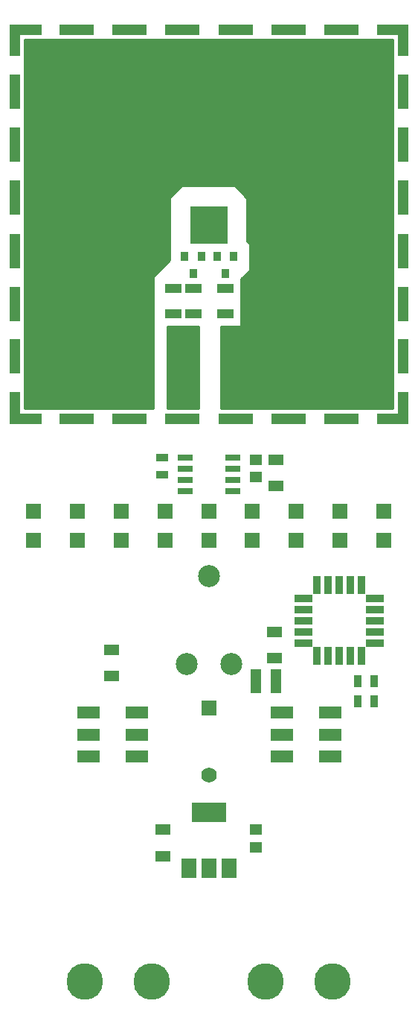
<source format=gbr>
G04 #@! TF.FileFunction,Soldermask,Top*
%FSLAX46Y46*%
G04 Gerber Fmt 4.6, Leading zero omitted, Abs format (unit mm)*
G04 Created by KiCad (PCBNEW 4.0.7-e2-6376~58~ubuntu16.04.1) date Sat Oct 21 15:52:31 2017*
%MOMM*%
%LPD*%
G01*
G04 APERTURE LIST*
%ADD10C,0.100000*%
%ADD11C,4.160000*%
%ADD12C,2.500000*%
%ADD13R,1.760000X1.760000*%
%ADD14C,1.760000*%
%ADD15R,1.760000X1.160000*%
%ADD16R,1.410000X1.160000*%
%ADD17R,4.360000X4.360000*%
%ADD18R,1.160000X1.160000*%
%ADD19R,2.600000X1.160000*%
%ADD20R,3.960000X1.160000*%
%ADD21R,1.160000X2.600000*%
%ADD22R,1.160000X3.960000*%
%ADD23R,0.960000X1.060000*%
%ADD24R,1.860000X1.060000*%
%ADD25R,1.710000X0.760000*%
%ADD26R,2.660000X1.360000*%
%ADD27R,1.460000X0.860000*%
%ADD28R,2.085000X0.860000*%
%ADD29R,0.860000X2.085000*%
%ADD30R,3.960000X2.160000*%
%ADD31R,1.660000X2.160000*%
%ADD32R,1.660000X1.660000*%
%ADD33R,0.860000X1.460000*%
%ADD34R,1.181080X2.700000*%
%ADD35C,0.254000*%
G04 APERTURE END LIST*
D10*
D11*
X93426000Y-186029000D03*
X85806000Y-186029000D03*
X106426000Y-186029000D03*
X114046000Y-186029000D03*
D12*
X102489000Y-150000000D03*
X99989000Y-140000000D03*
X97489000Y-150000000D03*
D13*
X100000000Y-155000000D03*
D14*
X100000000Y-162600000D03*
D15*
X107569000Y-129746000D03*
X107569000Y-126746000D03*
D16*
X105283000Y-128746000D03*
X105283000Y-126746000D03*
D17*
X99949000Y-100076000D03*
D18*
X77910000Y-77910000D03*
X122090000Y-77910000D03*
X122090000Y-122090000D03*
X77910000Y-122090000D03*
D19*
X79630000Y-77910000D03*
X79630000Y-122090000D03*
D20*
X84950000Y-77910000D03*
X84950000Y-122090000D03*
X90950000Y-77910000D03*
X90950000Y-122090000D03*
X96950000Y-77910000D03*
X96950000Y-122090000D03*
X103050000Y-77910000D03*
X103050000Y-122090000D03*
X109050000Y-77910000D03*
X109050000Y-122090000D03*
X115050000Y-77910000D03*
X115050000Y-122090000D03*
D19*
X120370000Y-77910000D03*
X120370000Y-122090000D03*
D21*
X77910000Y-79630000D03*
X122090000Y-79630000D03*
D22*
X77910000Y-84950000D03*
X122090000Y-84950000D03*
X77910000Y-90950000D03*
X122090000Y-90950000D03*
X77910000Y-96950000D03*
X122090000Y-96950000D03*
X77910000Y-103050000D03*
X122090000Y-103050000D03*
X77910000Y-109050000D03*
X122090000Y-109050000D03*
X77910000Y-115050000D03*
X122090000Y-115050000D03*
D21*
X77910000Y-120370000D03*
X122090000Y-120370000D03*
D23*
X102804000Y-103648000D03*
X100904000Y-103648000D03*
X101854000Y-105648000D03*
X99121000Y-103648000D03*
X97221000Y-103648000D03*
X98171000Y-105648000D03*
D24*
X98171000Y-107315000D03*
X98171000Y-110215000D03*
X101854000Y-107315000D03*
X101854000Y-110215000D03*
D25*
X97300000Y-126492000D03*
X97300000Y-127762000D03*
X97300000Y-129032000D03*
X97300000Y-130302000D03*
X102700000Y-130302000D03*
X102700000Y-129032000D03*
X102700000Y-127762000D03*
X102700000Y-126492000D03*
D15*
X94742000Y-168807000D03*
X94742000Y-171807000D03*
D16*
X105283000Y-168799000D03*
X105283000Y-170799000D03*
D26*
X86250000Y-160500000D03*
X91750000Y-160500000D03*
X86250000Y-155500000D03*
X91750000Y-155500000D03*
X86250000Y-158000000D03*
X91750000Y-158000000D03*
D27*
X94615000Y-126558000D03*
X94615000Y-128458000D03*
D15*
X88900000Y-148336000D03*
X88900000Y-151336000D03*
D26*
X108250000Y-160500000D03*
X113750000Y-160500000D03*
X108250000Y-155500000D03*
X113750000Y-155500000D03*
X108250000Y-158000000D03*
X113750000Y-158000000D03*
D24*
X95961200Y-107320080D03*
X95961200Y-110220080D03*
D28*
X110755500Y-145034000D03*
X110755500Y-146304000D03*
X110755500Y-147574000D03*
X110755500Y-143764000D03*
X110755500Y-142494000D03*
D29*
X112268000Y-149086500D03*
X113538000Y-149086500D03*
X114808000Y-149086500D03*
X116078000Y-149086500D03*
X117348000Y-149086500D03*
D28*
X118860500Y-147574000D03*
X118860500Y-146304000D03*
X118860500Y-145034000D03*
X118860500Y-143764000D03*
X118860500Y-142494000D03*
D29*
X117348000Y-140981500D03*
X116078000Y-140981500D03*
X114808000Y-140981500D03*
X113538000Y-140981500D03*
X112268000Y-140981500D03*
D30*
X100000000Y-166850000D03*
D31*
X100000000Y-173150000D03*
X102300000Y-173150000D03*
X97700000Y-173150000D03*
D32*
X80010000Y-135890000D03*
X80010000Y-132590000D03*
X99949000Y-135890000D03*
X99949000Y-132590000D03*
X84994750Y-132590000D03*
X84994750Y-135890000D03*
X104933750Y-132590000D03*
X104933750Y-135890000D03*
X119888000Y-135890000D03*
X119888000Y-132590000D03*
X89979500Y-135890000D03*
X89979500Y-132590000D03*
X109918500Y-135890000D03*
X109918500Y-132590000D03*
X94964250Y-132590000D03*
X94964250Y-135890000D03*
X114903250Y-132590000D03*
X114903250Y-135890000D03*
D33*
X116906000Y-151892000D03*
X118806000Y-151892000D03*
X116906000Y-154178000D03*
X118806000Y-154178000D03*
D15*
X107442000Y-146328000D03*
X107442000Y-149328000D03*
D34*
X105280460Y-151892000D03*
X107571540Y-151892000D03*
D35*
G36*
X120904000Y-120904000D02*
X101346000Y-120904000D01*
X101346000Y-111633000D01*
X103505000Y-111633000D01*
X103554410Y-111622994D01*
X103596035Y-111594553D01*
X103623315Y-111552159D01*
X103632000Y-111506000D01*
X103632000Y-106224606D01*
X104610803Y-105245803D01*
X104638666Y-105203789D01*
X104648000Y-105156000D01*
X104648000Y-102362000D01*
X104637994Y-102312590D01*
X104610803Y-102272197D01*
X104287320Y-101948714D01*
X104287320Y-97078800D01*
X104277314Y-97029390D01*
X104250123Y-96988997D01*
X102914083Y-95652957D01*
X102872069Y-95625094D01*
X102824280Y-95615760D01*
X96967040Y-95615760D01*
X96917630Y-95625766D01*
X96877237Y-95652957D01*
X95536117Y-96994077D01*
X95508254Y-97036091D01*
X95498920Y-97083880D01*
X95498920Y-104112794D01*
X93636197Y-105975517D01*
X93608334Y-106017531D01*
X93599000Y-106065320D01*
X93599000Y-120904000D01*
X78994000Y-120904000D01*
X78994000Y-78994000D01*
X120904000Y-78994000D01*
X120904000Y-120904000D01*
X120904000Y-120904000D01*
G37*
X120904000Y-120904000D02*
X101346000Y-120904000D01*
X101346000Y-111633000D01*
X103505000Y-111633000D01*
X103554410Y-111622994D01*
X103596035Y-111594553D01*
X103623315Y-111552159D01*
X103632000Y-111506000D01*
X103632000Y-106224606D01*
X104610803Y-105245803D01*
X104638666Y-105203789D01*
X104648000Y-105156000D01*
X104648000Y-102362000D01*
X104637994Y-102312590D01*
X104610803Y-102272197D01*
X104287320Y-101948714D01*
X104287320Y-97078800D01*
X104277314Y-97029390D01*
X104250123Y-96988997D01*
X102914083Y-95652957D01*
X102872069Y-95625094D01*
X102824280Y-95615760D01*
X96967040Y-95615760D01*
X96917630Y-95625766D01*
X96877237Y-95652957D01*
X95536117Y-96994077D01*
X95508254Y-97036091D01*
X95498920Y-97083880D01*
X95498920Y-104112794D01*
X93636197Y-105975517D01*
X93608334Y-106017531D01*
X93599000Y-106065320D01*
X93599000Y-120904000D01*
X78994000Y-120904000D01*
X78994000Y-78994000D01*
X120904000Y-78994000D01*
X120904000Y-120904000D01*
G36*
X98806000Y-120904000D02*
X95250272Y-120904000D01*
X95270050Y-111642821D01*
X98806000Y-111633341D01*
X98806000Y-120904000D01*
X98806000Y-120904000D01*
G37*
X98806000Y-120904000D02*
X95250272Y-120904000D01*
X95270050Y-111642821D01*
X98806000Y-111633341D01*
X98806000Y-120904000D01*
M02*

</source>
